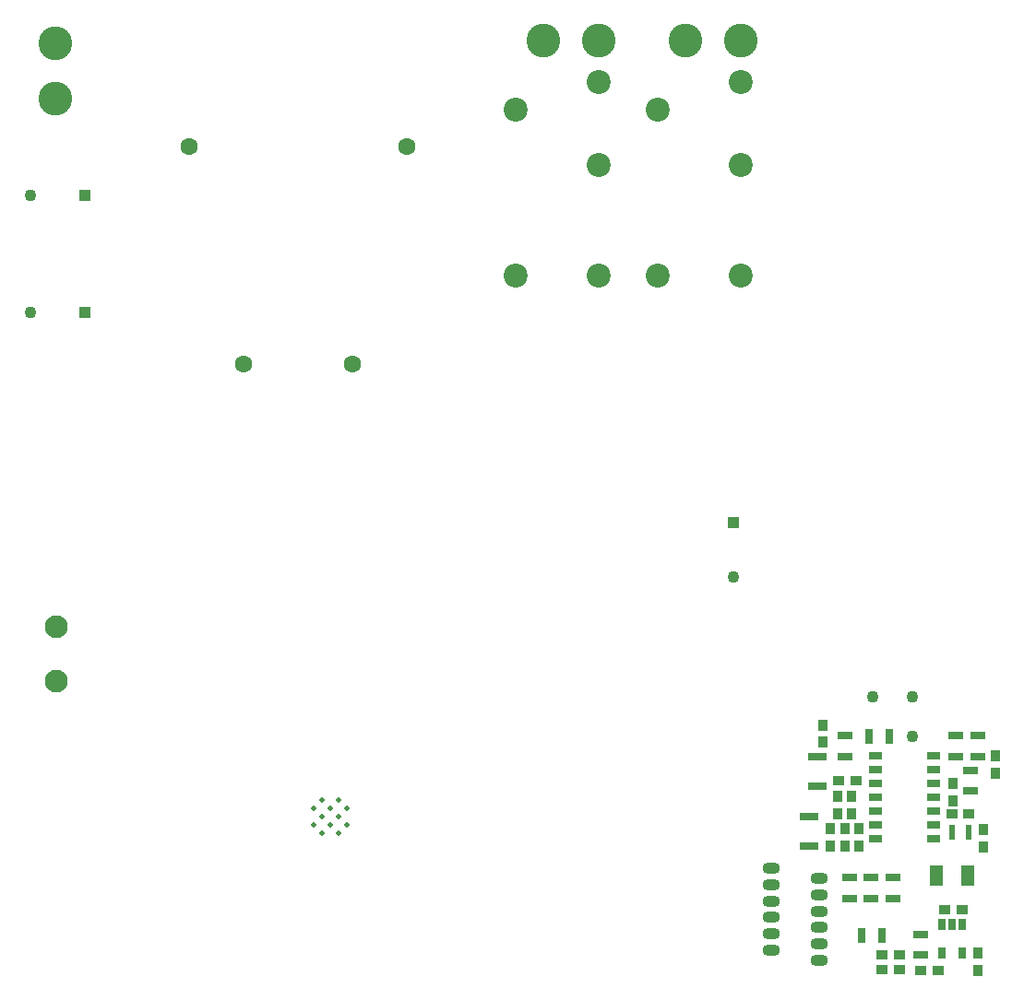
<source format=gbs>
G04*
G04 #@! TF.GenerationSoftware,Altium Limited,Altium Designer,23.4.1 (23)*
G04*
G04 Layer_Color=16711935*
%FSLAX25Y25*%
%MOIN*%
G70*
G04*
G04 #@! TF.SameCoordinates,A51C0158-4689-45C6-BA85-3C71187D63DA*
G04*
G04*
G04 #@! TF.FilePolarity,Negative*
G04*
G01*
G75*
%ADD22R,0.04194X0.03494*%
%ADD24R,0.02087X0.05315*%
%ADD29R,0.05512X0.03150*%
%ADD38R,0.03494X0.04194*%
%ADD47R,0.03150X0.05512*%
%ADD57O,0.06299X0.04331*%
%ADD58C,0.04331*%
%ADD59C,0.12205*%
%ADD60R,0.04331X0.04331*%
%ADD61C,0.08268*%
%ADD62C,0.06299*%
%ADD63C,0.08661*%
%ADD64C,0.01968*%
%ADD65R,0.04331X0.04331*%
%ADD74R,0.03150X0.04331*%
%ADD166R,0.05039X0.02677*%
%ADD167R,0.04921X0.07480*%
%ADD168R,0.07087X0.03150*%
D22*
X327119Y4162D02*
D03*
X320819D02*
D03*
X345998Y60300D02*
D03*
X352297D02*
D03*
X349953Y25815D02*
D03*
X343653D02*
D03*
X341293Y3768D02*
D03*
X334993D02*
D03*
X327119Y9280D02*
D03*
X320819D02*
D03*
X311372Y72272D02*
D03*
X305072D02*
D03*
D24*
X346017Y53768D02*
D03*
X352316D02*
D03*
D29*
X347592Y81130D02*
D03*
Y88610D02*
D03*
X355466Y81130D02*
D03*
Y88610D02*
D03*
X352710Y76209D02*
D03*
Y68728D02*
D03*
X334993Y9280D02*
D03*
Y16760D02*
D03*
X324757Y37232D02*
D03*
Y29752D02*
D03*
X316883Y37232D02*
D03*
Y29752D02*
D03*
X309009Y37232D02*
D03*
Y29752D02*
D03*
X307434Y81130D02*
D03*
Y88610D02*
D03*
D38*
X361765Y75027D02*
D03*
Y81327D02*
D03*
X346410Y71484D02*
D03*
Y65184D02*
D03*
X357434Y54752D02*
D03*
Y48452D02*
D03*
X355465Y10067D02*
D03*
Y3767D02*
D03*
X304678Y66760D02*
D03*
Y60460D02*
D03*
X309846Y66690D02*
D03*
Y60390D02*
D03*
X302291Y48873D02*
D03*
Y55173D02*
D03*
X307409D02*
D03*
Y48873D02*
D03*
X312527Y55173D02*
D03*
Y48873D02*
D03*
X299560Y86248D02*
D03*
Y92548D02*
D03*
D47*
X323647Y88300D02*
D03*
X316167D02*
D03*
X313339Y16300D02*
D03*
X320819D02*
D03*
D57*
X298084Y7508D02*
D03*
Y13413D02*
D03*
Y19319D02*
D03*
Y25224D02*
D03*
Y37036D02*
D03*
Y31130D02*
D03*
X280700Y40671D02*
D03*
Y34765D02*
D03*
Y28860D02*
D03*
Y22954D02*
D03*
Y11143D02*
D03*
Y17049D02*
D03*
D58*
X331730Y88527D02*
D03*
Y102670D02*
D03*
X317587D02*
D03*
X13143Y284023D02*
D03*
Y241700D02*
D03*
X267048Y146057D02*
D03*
D59*
X22001Y319141D02*
D03*
Y339141D02*
D03*
X269954Y339928D02*
D03*
X249954D02*
D03*
X198458D02*
D03*
X218458D02*
D03*
D60*
X32828Y284023D02*
D03*
Y241700D02*
D03*
D61*
X22395Y108432D02*
D03*
Y128117D02*
D03*
D62*
X90111Y222999D02*
D03*
X129481D02*
D03*
X70426Y301739D02*
D03*
X149167D02*
D03*
D63*
X239934Y255146D02*
D03*
X269934D02*
D03*
X239934Y315146D02*
D03*
X269934Y325146D02*
D03*
Y295146D02*
D03*
X218458D02*
D03*
Y325146D02*
D03*
X188458Y315146D02*
D03*
X218458Y255146D02*
D03*
X188458D02*
D03*
D64*
X115540Y62312D02*
D03*
X118544Y65316D02*
D03*
X121547Y62312D02*
D03*
X118544Y59308D02*
D03*
X124551D02*
D03*
X127555Y62312D02*
D03*
X124551Y65316D02*
D03*
X127555Y56304D02*
D03*
X121547D02*
D03*
X124551Y53300D02*
D03*
X118544D02*
D03*
X115540Y56304D02*
D03*
D65*
X267048Y165743D02*
D03*
D74*
X349953Y10067D02*
D03*
X342473D02*
D03*
X349953Y20303D02*
D03*
X342473D02*
D03*
X346213D02*
D03*
D166*
X339560Y81366D02*
D03*
Y76366D02*
D03*
Y71366D02*
D03*
Y66366D02*
D03*
Y61366D02*
D03*
Y56366D02*
D03*
Y51366D02*
D03*
X318615Y76366D02*
D03*
Y71366D02*
D03*
Y66366D02*
D03*
Y61366D02*
D03*
Y56366D02*
D03*
Y51366D02*
D03*
D03*
Y81366D02*
D03*
D167*
X351956Y37900D02*
D03*
X340539D02*
D03*
D168*
X294639Y59476D02*
D03*
Y48847D02*
D03*
X297592Y81130D02*
D03*
Y70500D02*
D03*
M02*

</source>
